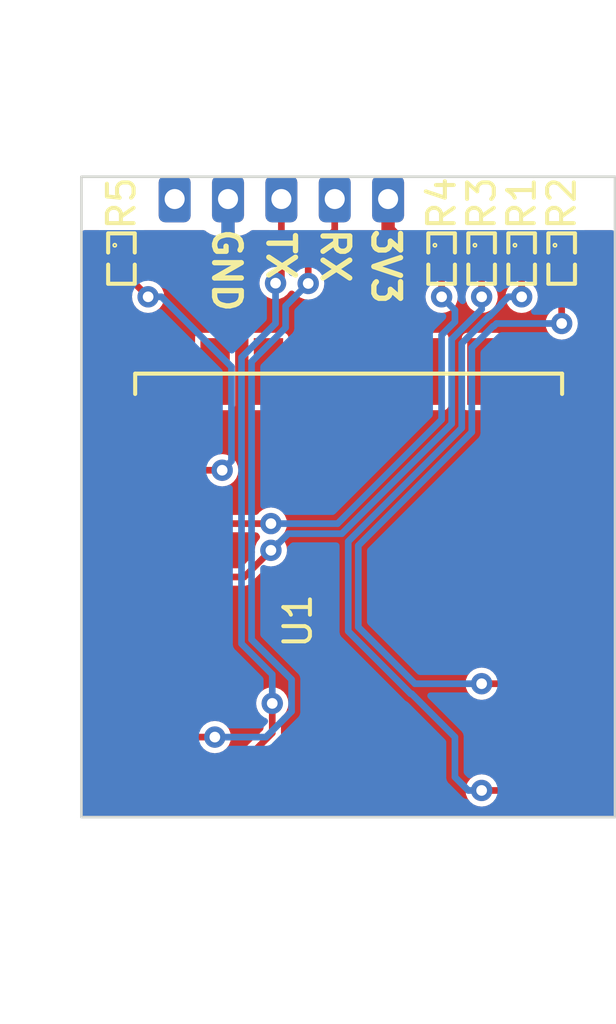
<source format=kicad_pcb>
(kicad_pcb (version 20221018) (generator pcbnew)
  (title_block (title "Zemismart ZM25TQ-TYW ESP8266 MCU Direct Replacement Board") (rev "1"))
  (layers (0 "F.Cu" signal) (31 "B.Cu" signal) (34 "B.Paste" user) (35 "F.Paste" user) (36 "B.SilkS" user "B.Silkscreen") (37 "F.SilkS" user "F.Silkscreen") (38 "B.Mask" user) (39 "F.Mask" user) (44 "Edge.Cuts" user))
  (net 0 "")
  (net 2 "GND")
  (net 3 "Net-(J1-TX)")
  (net 4 "Net-(J1-RX)")
  (net 5 "VCC")
  (net 6 "Net-(U1-REST)")
  (net 7 "Net-(U1-CH_PD)")
  (net 8 "Net-(U1-GPIO0)")
  (net 9 "Net-(U1-GPIO2)")
  (net 10 "Net-(U1-GPIO15)")
  (footprint "jlcpcb_basic:R0402" (layer "F.Cu") (at 153.5 87.067183 -90)
    (fp_text reference "R1" (at -2.067183 0 90) (layer "F.SilkS"))
    (fp_text value "10K" hide)
    (fp_line (start -0.944247 -0.498603) (end -0.226213 -0.498603) (stroke (width 0.1524)) (layer "F.SilkS"))
    (fp_line (start -0.944247 0.498603) (end -0.944247 -0.498603) (stroke (width 0.1524)) (layer "F.SilkS"))
    (fp_line (start -0.226213 0.498603) (end -0.944247 0.498603) (stroke (width 0.1524)) (layer "F.SilkS"))
    (fp_line (start 0.226213 0.498603) (end 0.944247 0.498603) (stroke (width 0.1524)) (layer "F.SilkS"))
    (fp_line (start 0.944247 -0.498603) (end 0.226213 -0.498603) (stroke (width 0.1524)) (layer "F.SilkS"))
    (fp_line (start 0.944247 0.498603) (end 0.944247 -0.498603) (stroke (width 0.1524)) (layer "F.SilkS"))
    (fp_circle (center -0.5 0.249987) (end -0.470003 0.249987) (stroke (width 0.059995)) (fill none) (layer "F.SilkS"))
    (pad "1" smd rect (at -0.432817 0 270) (size 0.565659 0.540005) (layers "F.Cu" "F.Paste" "F.Mask") (net 5 "VCC"))
    (pad "2" smd rect (at 0.432817 0 270) (size 0.565659 0.540005) (layers "F.Cu" "F.Paste" "F.Mask") (net 6 "Net-(U1-REST)"))
  )
  (footprint "jlcpcb_basic:R0402" (layer "F.Cu") (at 152 87.067183 -90)
    (fp_text reference "R3" (at -2.067183 0 90) (layer "F.SilkS"))
    (fp_text value "10K" hide)
    (fp_line (start -0.944247 -0.498603) (end -0.226213 -0.498603) (stroke (width 0.1524)) (layer "F.SilkS"))
    (fp_line (start -0.944247 0.498603) (end -0.944247 -0.498603) (stroke (width 0.1524)) (layer "F.SilkS"))
    (fp_line (start -0.226213 0.498603) (end -0.944247 0.498603) (stroke (width 0.1524)) (layer "F.SilkS"))
    (fp_line (start 0.226213 0.498603) (end 0.944247 0.498603) (stroke (width 0.1524)) (layer "F.SilkS"))
    (fp_line (start 0.944247 -0.498603) (end 0.226213 -0.498603) (stroke (width 0.1524)) (layer "F.SilkS"))
    (fp_line (start 0.944247 0.498603) (end 0.944247 -0.498603) (stroke (width 0.1524)) (layer "F.SilkS"))
    (fp_circle (center -0.5 0.249987) (end -0.470003 0.249987) (stroke (width 0.059995)) (fill none) (layer "F.SilkS"))
    (pad "1" smd rect (at -0.432817 0 270) (size 0.565659 0.540005) (layers "F.Cu" "F.Paste" "F.Mask") (net 5 "VCC"))
    (pad "2" smd rect (at 0.432817 0 270) (size 0.565659 0.540005) (layers "F.Cu" "F.Paste" "F.Mask") (net 8 "Net-(U1-GPIO0)"))
  )
  (footprint "jlcpcb_basic:R0402" (layer "F.Cu") (at 155 87.067183 -90)
    (fp_text reference "R2" (at -2.067183 0 90) (layer "F.SilkS"))
    (fp_text value "10K" hide)
    (fp_line (start -0.944247 -0.498603) (end -0.226213 -0.498603) (stroke (width 0.1524)) (layer "F.SilkS"))
    (fp_line (start -0.944247 0.498603) (end -0.944247 -0.498603) (stroke (width 0.1524)) (layer "F.SilkS"))
    (fp_line (start -0.226213 0.498603) (end -0.944247 0.498603) (stroke (width 0.1524)) (layer "F.SilkS"))
    (fp_line (start 0.226213 0.498603) (end 0.944247 0.498603) (stroke (width 0.1524)) (layer "F.SilkS"))
    (fp_line (start 0.944247 -0.498603) (end 0.226213 -0.498603) (stroke (width 0.1524)) (layer "F.SilkS"))
    (fp_line (start 0.944247 0.498603) (end 0.944247 -0.498603) (stroke (width 0.1524)) (layer "F.SilkS"))
    (fp_circle (center -0.5 0.249987) (end -0.470003 0.249987) (stroke (width 0.059995)) (fill none) (layer "F.SilkS"))
    (pad "1" smd rect (at -0.432817 0 270) (size 0.565659 0.540005) (layers "F.Cu" "F.Paste" "F.Mask") (net 5 "VCC"))
    (pad "2" smd rect (at 0.432817 0 270) (size 0.565659 0.540005) (layers "F.Cu" "F.Paste" "F.Mask") (net 7 "Net-(U1-CH_PD)"))
  )
  (footprint "Connector_JST:JST_PH_B5B-PH-K_1x05_P2.00mm_Vertical" (layer "F.Cu") (at 140.494 84.836)
    (fp_text reference "J1" hide)
    (fp_text value "Conn_01x05" hide)
    (pad "1" thru_hole roundrect (at 0 0) (size 1.2 1.75) (drill 0.75) (layers "*.Cu" "*.Mask") (roundrect_rratio 0.2083333333))
    (pad "2" thru_hole roundrect (at 2 0) (size 1.2 1.75) (drill 0.75) (layers "*.Cu" "*.Mask") (roundrect_rratio 0.2083333333) (net 2 "GND"))
    (pad "3" thru_hole roundrect (at 4 0) (size 1.2 1.75) (drill 0.75) (layers "*.Cu" "*.Mask") (roundrect_rratio 0.2083333333) (net 3 "Net-(J1-TX)"))
    (pad "4" thru_hole roundrect (at 6 0) (size 1.2 1.75) (drill 0.75) (layers "*.Cu" "*.Mask") (roundrect_rratio 0.2083333333) (net 4 "Net-(J1-RX)"))
    (pad "5" thru_hole roundrect (at 8 0) (size 1.2 1.75) (drill 0.75) (layers "*.Cu" "*.Mask") (roundrect_rratio 0.2083333333) (net 5 "VCC"))
  )
  (footprint "ESP8266:ESP-12E_SMD" (layer "F.Cu") (at 154 107 180)
    (fp_text reference "U1" (at 8.89 6.35 90) (layer "F.SilkS"))
    (fp_text value "ESP-12F" hide)
    (fp_line (start -1.016 14.859) (end -1.016 15.621) (stroke (width 0.1524)) (layer "F.SilkS"))
    (fp_line (start -1.016 15.621) (end 14.986 15.621) (stroke (width 0.1524)) (layer "F.SilkS"))
    (fp_line (start 14.986 15.621) (end 14.986 14.859) (stroke (width 0.1524)) (layer "F.SilkS"))
    (pad "1" smd rect (at 0 0 180) (size 2.5 1.1) (drill (offset -0.7 0)) (layers "F.Cu" "F.Paste" "F.Mask") (net 6 "Net-(U1-REST)"))
    (pad "2" smd rect (at 0 2 180) (size 2.5 1.1) (drill (offset -0.7 0)) (layers "F.Cu" "F.Paste" "F.Mask"))
    (pad "3" smd rect (at 0 4 180) (size 2.5 1.1) (drill (offset -0.7 0)) (layers "F.Cu" "F.Paste" "F.Mask") (net 7 "Net-(U1-CH_PD)"))
    (pad "4" smd rect (at 0 6 180) (size 2.5 1.1) (drill (offset -0.7 0)) (layers "F.Cu" "F.Paste" "F.Mask"))
    (pad "5" smd rect (at 0 8 180) (size 2.5 1.1) (drill (offset -0.7 0)) (layers "F.Cu" "F.Paste" "F.Mask"))
    (pad "6" smd rect (at 0 10 180) (size 2.5 1.1) (drill (offset -0.7 0)) (layers "F.Cu" "F.Paste" "F.Mask"))
    (pad "7" smd rect (at 0 12 180) (size 2.5 1.1) (drill (offset -0.7 0)) (layers "F.Cu" "F.Paste" "F.Mask"))
    (pad "8" smd rect (at 0 14 180) (size 2.5 1.1) (drill (offset -0.7 0)) (layers "F.Cu" "F.Paste" "F.Mask") (net 5 "VCC"))
    (pad "9" smd rect (at 14 14 180) (size 2.5 1.1) (drill (offset 0.7 0)) (layers "F.Cu" "F.Paste" "F.Mask") (net 2 "GND"))
    (pad "10" smd rect (at 14 12 180) (size 2.5 1.1) (drill (offset 0.7 0)) (layers "F.Cu" "F.Paste" "F.Mask") (net 10 "Net-(U1-GPIO15)"))
    (pad "11" smd rect (at 14 10 180) (size 2.5 1.1) (drill (offset 0.7 0)) (layers "F.Cu" "F.Paste" "F.Mask") (net 9 "Net-(U1-GPIO2)"))
    (pad "12" smd rect (at 14 8 180) (size 2.5 1.1) (drill (offset 0.7 0)) (layers "F.Cu" "F.Paste" "F.Mask") (net 8 "Net-(U1-GPIO0)"))
    (pad "13" smd rect (at 14 6 180) (size 2.5 1.1) (drill (offset 0.7 0)) (layers "F.Cu" "F.Paste" "F.Mask"))
    (pad "14" smd rect (at 14 4 180) (size 2.5 1.1) (drill (offset 0.7 0)) (layers "F.Cu" "F.Paste" "F.Mask"))
    (pad "15" smd rect (at 14 2 180) (size 2.5 1.1) (drill (offset 0.7 0)) (layers "F.Cu" "F.Paste" "F.Mask") (net 4 "Net-(J1-RX)"))
    (pad "16" smd rect (at 14 0 180) (size 2.5 1.1) (drill (offset 0.7 0)) (layers "F.Cu" "F.Paste" "F.Mask") (net 3 "Net-(J1-TX)"))
    (pad "17" smd rect (at 1.99 15 270) (size 2.5 1.1) (drill (offset -0.7 0)) (layers "F.Cu" "F.Paste" "F.Mask"))
    (pad "18" smd rect (at 3.99 15 270) (size 2.5 1.1) (drill (offset -0.7 0)) (layers "F.Cu" "F.Paste" "F.Mask"))
    (pad "19" smd rect (at 5.99 15 270) (size 2.5 1.1) (drill (offset -0.7 0)) (layers "F.Cu" "F.Paste" "F.Mask"))
    (pad "20" smd rect (at 7.99 15 270) (size 2.5 1.1) (drill (offset -0.7 0)) (layers "F.Cu" "F.Paste" "F.Mask"))
    (pad "21" smd rect (at 9.99 15 270) (size 2.5 1.1) (drill (offset -0.7 0)) (layers "F.Cu" "F.Paste" "F.Mask"))
    (pad "22" smd rect (at 11.99 15 270) (size 2.5 1.1) (drill (offset -0.7 0)) (layers "F.Cu" "F.Paste" "F.Mask"))
  )
  (footprint "jlcpcb_basic:R0402" (layer "F.Cu") (at 138.5 87.067183 -90)
    (fp_text reference "R5" (at -2.067183 0 90) (layer "F.SilkS"))
    (fp_text value "10K" hide)
    (fp_line (start -0.944247 -0.498603) (end -0.226213 -0.498603) (stroke (width 0.1524)) (layer "F.SilkS"))
    (fp_line (start -0.944247 0.498603) (end -0.944247 -0.498603) (stroke (width 0.1524)) (layer "F.SilkS"))
    (fp_line (start -0.226213 0.498603) (end -0.944247 0.498603) (stroke (width 0.1524)) (layer "F.SilkS"))
    (fp_line (start 0.226213 0.498603) (end 0.944247 0.498603) (stroke (width 0.1524)) (layer "F.SilkS"))
    (fp_line (start 0.944247 -0.498603) (end 0.226213 -0.498603) (stroke (width 0.1524)) (layer "F.SilkS"))
    (fp_line (start 0.944247 0.498603) (end 0.944247 -0.498603) (stroke (width 0.1524)) (layer "F.SilkS"))
    (fp_circle (center -0.5 0.249987) (end -0.470003 0.249987) (stroke (width 0.059995)) (fill none) (layer "F.SilkS"))
    (pad "1" smd rect (at -0.432817 0 270) (size 0.565659 0.540005) (layers "F.Cu" "F.Paste" "F.Mask") (net 2 "GND"))
    (pad "2" smd rect (at 0.432817 0 270) (size 0.565659 0.540005) (layers "F.Cu" "F.Paste" "F.Mask") (net 10 "Net-(U1-GPIO15)"))
  )
  (footprint "jlcpcb_basic:R0402" (layer "F.Cu") (at 150.5 87.067183 -90)
    (fp_text reference "R4" (at -2.067183 0 90) (layer "F.SilkS"))
    (fp_text value "10K" hide)
    (fp_line (start -0.944247 -0.498603) (end -0.226213 -0.498603) (stroke (width 0.1524)) (layer "F.SilkS"))
    (fp_line (start -0.944247 0.498603) (end -0.944247 -0.498603) (stroke (width 0.1524)) (layer "F.SilkS"))
    (fp_line (start -0.226213 0.498603) (end -0.944247 0.498603) (stroke (width 0.1524)) (layer "F.SilkS"))
    (fp_line (start 0.226213 0.498603) (end 0.944247 0.498603) (stroke (width 0.1524)) (layer "F.SilkS"))
    (fp_line (start 0.944247 -0.498603) (end 0.226213 -0.498603) (stroke (width 0.1524)) (layer "F.SilkS"))
    (fp_line (start 0.944247 0.498603) (end 0.944247 -0.498603) (stroke (width 0.1524)) (layer "F.SilkS"))
    (fp_circle (center -0.5 0.249987) (end -0.470003 0.249987) (stroke (width 0.059995)) (fill none) (layer "F.SilkS"))
    (pad "1" smd rect (at -0.432817 0 270) (size 0.565659 0.540005) (layers "F.Cu" "F.Paste" "F.Mask") (net 5 "VCC"))
    (pad "2" smd rect (at 0.432817 0 270) (size 0.565659 0.540005) (layers "F.Cu" "F.Paste" "F.Mask") (net 9 "Net-(U1-GPIO2)"))
  )
  (gr_rect (start 137 84) (end 157 108) (stroke (width 0.1)) (fill none) (layer "Edge.Cuts"))
  (gr_text "GND" (at 141.859 85.852 -90) (layer "F.SilkS") (effects (font (size 1 1) (thickness 0.2)) (justify left bottom)))
  (gr_text "3V3" (at 147.828 85.852 -90) (layer "F.SilkS") (effects (font (size 1 1) (thickness 0.2) bold) (justify left bottom)))
  (gr_text "RX" (at 145.923 85.852 -90) (layer "F.SilkS") (effects (font (size 1 1) (thickness 0.2) bold) (justify left bottom)))
  (gr_text "TX" (at 143.891 85.979 -90) (layer "F.SilkS") (effects (font (size 1 1) (thickness 0.2) bold) (justify left bottom)))
  (segment (start 142.494 86.494) (end 142.5 86.5) (width 0.5) (layer "F.Cu") (net 2))
  (segment (start 142.494 84.836) (end 142.494 86.494) (width 0.5) (layer "F.Cu") (net 2))
  (segment (start 142.494 86.494) (end 142.5 86.5) (width 0.5) (layer "B.Cu") (net 2))
  (segment (start 142.494 84.836) (end 142.494 86.494) (width 0.5) (layer "B.Cu") (net 2))
  (segment (start 144.152 103.737347) (end 144.152 104.848) (width 0.25) (layer "F.Cu") (net 3))
  (segment (start 144.275926 87.98866) (end 144.494 87.770586) (width 0.25) (layer "F.Cu") (net 3))
  (segment (start 142 107) (end 140 107) (width 0.25) (layer "F.Cu") (net 3))
  (segment (start 144.152 104.848) (end 142 107) (width 0.25) (layer "F.Cu") (net 3))
  (segment (start 144.494 87.770586) (end 144.494 84.836) (width 0.25) (layer "F.Cu") (net 3))
  (via (at 144.152 103.737347) (size 0.8) (drill 0.4) (layers "F.Cu" "B.Cu") (net 3))
  (via (at 144.275926 87.98866) (size 0.8) (drill 0.4) (layers "F.Cu" "B.Cu") (net 3))
  (segment (start 144.152 102.652) (end 144.152 103.737347) (width 0.25) (layer "B.Cu") (net 3))
  (segment (start 144.275926 89.499074) (end 143 90.775) (width 0.25) (layer "B.Cu") (net 3))
  (segment (start 143 90.775) (end 143 101.5) (width 0.25) (layer "B.Cu") (net 3))
  (segment (start 143 101.5) (end 144.152 102.652) (width 0.25) (layer "B.Cu") (net 3))
  (segment (start 144.275926 87.98866) (end 144.275926 89.499074) (width 0.25) (layer "B.Cu") (net 3))
  (segment (start 145.5 88) (end 145.5 87) (width 0.25) (layer "F.Cu") (net 4))
  (segment (start 145.5 87) (end 146.494 86.006) (width 0.25) (layer "F.Cu") (net 4))
  (segment (start 142 105) (end 140 105) (width 0.25) (layer "F.Cu") (net 4))
  (segment (start 146.494 86.006) (end 146.494 84.836) (width 0.25) (layer "F.Cu") (net 4))
  (via (at 145.5 88) (size 0.8) (drill 0.4) (layers "F.Cu" "B.Cu") (net 4))
  (via (at 142 105) (size 0.8) (drill 0.4) (layers "F.Cu" "B.Cu") (net 4))
  (segment (start 143.377 101.343841) (end 144.877 102.843841) (width 0.25) (layer "B.Cu") (net 4))
  (segment (start 143.377 90.931158) (end 143.377 101.343841) (width 0.25) (layer "B.Cu") (net 4))
  (segment (start 144.652926 88.847074) (end 144.652926 89.655232) (width 0.25) (layer "B.Cu") (net 4))
  (segment (start 144.652926 89.655232) (end 143.377 90.931158) (width 0.25) (layer "B.Cu") (net 4))
  (segment (start 145.5 88) (end 144.652926 88.847074) (width 0.25) (layer "B.Cu") (net 4))
  (segment (start 143.914652 105) (end 142 105) (width 0.25) (layer "B.Cu") (net 4))
  (segment (start 144.877 102.843841) (end 144.877 104.037652) (width 0.25) (layer "B.Cu") (net 4))
  (segment (start 144.877 104.037652) (end 143.914652 105) (width 0.25) (layer "B.Cu") (net 4))
  (segment (start 153.5 86.634366) (end 155.587197 86.634366) (width 0.5) (layer "F.Cu") (net 5))
  (segment (start 156 91) (end 154 93) (width 0.5) (layer "F.Cu") (net 5))
  (segment (start 149.134366 86.634366) (end 148.494 85.994) (width 0.5) (layer "F.Cu") (net 5))
  (segment (start 152 86.634366) (end 153.5 86.634366) (width 0.5) (layer "F.Cu") (net 5))
  (segment (start 150.5 86.634366) (end 152 86.634366) (width 0.5) (layer "F.Cu") (net 5))
  (segment (start 156 87.047169) (end 156 91) (width 0.5) (layer "F.Cu") (net 5))
  (segment (start 150.5 86.634366) (end 149.134366 86.634366) (width 0.5) (layer "F.Cu") (net 5))
  (segment (start 155.587197 86.634366) (end 156 87.047169) (width 0.5) (layer "F.Cu") (net 5))
  (segment (start 148.494 85.994) (end 148.494 84.836) (width 0.5) (layer "F.Cu") (net 5))
  (segment (start 153.5 87.5) (end 153.5 88.5) (width 0.25) (layer "F.Cu") (net 6))
  (segment (start 152 107) (end 154 107) (width 0.25) (layer "F.Cu") (net 6))
  (via (at 153.5 88.5) (size 0.8) (drill 0.4) (layers "F.Cu" "B.Cu") (net 6))
  (via (at 152 107) (size 0.8) (drill 0.4) (layers "F.Cu" "B.Cu") (net 6))
  (segment (start 149.377 103.377) (end 151 105) (width 0.25) (layer "B.Cu") (net 6))
  (segment (start 149.343842 103.377) (end 149.377 103.377) (width 0.25) (layer "B.Cu") (net 6))
  (segment (start 152.725 88.800305) (end 152.300305 89.225) (width 0.25) (layer "B.Cu") (net 6))
  (segment (start 151.5 107) (end 152 107) (width 0.25) (layer "B.Cu") (net 6))
  (segment (start 147 97.668316) (end 147 101.033158) (width 0.25) (layer "B.Cu") (net 6))
  (segment (start 151.254 90.246) (end 151.254 93.414316) (width 0.25) (layer "B.Cu") (net 6))
  (segment (start 151 106.5) (end 151.5 107) (width 0.25) (layer "B.Cu") (net 6))
  (segment (start 151 105) (end 151 106.5) (width 0.25) (layer "B.Cu") (net 6))
  (segment (start 147 101.033158) (end 149.343842 103.377) (width 0.25) (layer "B.Cu") (net 6))
  (segment (start 151.254 93.414316) (end 147 97.668316) (width 0.25) (layer "B.Cu") (net 6))
  (segment (start 152.275 89.225) (end 151.254 90.246) (width 0.25) (layer "B.Cu") (net 6))
  (segment (start 153 88.5) (end 152.725 88.775) (width 0.25) (layer "B.Cu") (net 6))
  (segment (start 152.300305 89.225) (end 152.275 89.225) (width 0.25) (layer "B.Cu") (net 6))
  (segment (start 152.725 88.775) (end 152.725 88.800305) (width 0.25) (layer "B.Cu") (net 6))
  (segment (start 153.5 88.5) (end 153 88.5) (width 0.25) (layer "B.Cu") (net 6))
  (segment (start 152 103) (end 154 103) (width 0.25) (layer "F.Cu") (net 7))
  (segment (start 155 87.5) (end 155 89.5) (width 0.25) (layer "F.Cu") (net 7))
  (via (at 155 89.5) (size 0.8) (drill 0.4) (layers "F.Cu" "B.Cu") (net 7))
  (via (at 152 103) (size 0.8) (drill 0.4) (layers "F.Cu" "B.Cu") (net 7))
  (segment (start 151.631 90.402158) (end 151.631 93.570474) (width 0.25) (layer "B.Cu") (net 7))
  (segment (start 147.377 97.824474) (end 147.377 100.877) (width 0.25) (layer "B.Cu") (net 7))
  (segment (start 151.631 93.570474) (end 147.377 97.824474) (width 0.25) (layer "B.Cu") (net 7))
  (segment (start 149.5 103) (end 152 103) (width 0.25) (layer "B.Cu") (net 7))
  (segment (start 155 89.5) (end 152.558464 89.5) (width 0.25) (layer "B.Cu") (net 7))
  (segment (start 147.377 100.877) (end 149.5 103) (width 0.25) (layer "B.Cu") (net 7))
  (segment (start 152.431158 89.602) (end 151.631 90.402158) (width 0.25) (layer "B.Cu") (net 7))
  (segment (start 152.558464 89.5) (end 152.456464 89.602) (width 0.25) (layer "B.Cu") (net 7))
  (segment (start 152.456464 89.602) (end 152.431158 89.602) (width 0.25) (layer "B.Cu") (net 7))
  (segment (start 152 87.5) (end 152 88.5) (width 0.25) (layer "F.Cu") (net 8))
  (segment (start 143.102 99) (end 140 99) (width 0.25) (layer "F.Cu") (net 8))
  (segment (start 144.102 98) (end 143.102 99) (width 0.25) (layer "F.Cu") (net 8))
  (via (at 152 88.5) (size 0.8) (drill 0.4) (layers "F.Cu" "B.Cu") (net 8))
  (via (at 144.102 98) (size 0.8) (drill 0.4) (layers "F.Cu" "B.Cu") (net 8))
  (segment (start 144.102 98) (end 144.377 97.725) (width 0.25) (layer "B.Cu") (net 8))
  (segment (start 144.402305 97.725) (end 144.750305 97.377) (width 0.25) (layer "B.Cu") (net 8))
  (segment (start 150.877 90.089842) (end 152 88.966841) (width 0.25) (layer "B.Cu") (net 8))
  (segment (start 152 88.966841) (end 152 88.5) (width 0.25) (layer "B.Cu") (net 8))
  (segment (start 150.877 93.258158) (end 150.877 90.089842) (width 0.25) (layer "B.Cu") (net 8))
  (segment (start 144.750305 97.377) (end 146.758158 97.377) (width 0.25) (layer "B.Cu") (net 8))
  (segment (start 146.758158 97.377) (end 150.877 93.258158) (width 0.25) (layer "B.Cu") (net 8))
  (segment (start 144.377 97.725) (end 144.402305 97.725) (width 0.25) (layer "B.Cu") (net 8))
  (segment (start 144.102 97) (end 140 97) (width 0.25) (layer "F.Cu") (net 9))
  (segment (start 150.5 87.5) (end 150.5 88.5) (width 0.25) (layer "F.Cu") (net 9))
  (via (at 144.102 97) (size 0.8) (drill 0.4) (layers "F.Cu" "B.Cu") (net 9))
  (via (at 150.5 88.5) (size 0.8) (drill 0.4) (layers "F.Cu" "B.Cu") (net 9))
  (segment (start 151 89.433684) (end 151 89) (width 0.25) (layer "B.Cu") (net 9))
  (segment (start 146.602 97) (end 150.5 93.102) (width 0.25) (layer "B.Cu") (net 9))
  (segment (start 150.5 93.102) (end 150.5 89.933684) (width 0.25) (layer "B.Cu") (net 9))
  (segment (start 144.102 97) (end 146.602 97) (width 0.25) (layer "B.Cu") (net 9))
  (segment (start 150.5 89.933684) (end 151 89.433684) (width 0.25) (layer "B.Cu") (net 9))
  (segment (start 151 89) (end 150.5 88.5) (width 0.25) (layer "B.Cu") (net 9))
  (segment (start 138.5 87.5) (end 139.5 88.5) (width 0.25) (layer "F.Cu") (net 10))
  (segment (start 142.275 95) (end 140 95) (width 0.25) (layer "F.Cu") (net 10))
  (via (at 142.275 95) (size 0.8) (drill 0.4) (layers "F.Cu" "B.Cu") (net 10))
  (via (at 139.5 88.5) (size 0.8) (drill 0.4) (layers "F.Cu" "B.Cu") (net 10))
  (segment (start 142.623 94.652) (end 142.623 91.123) (width 0.25) (layer "B.Cu") (net 10))
  (segment (start 142.623 91.123) (end 140 88.5) (width 0.25) (layer "B.Cu") (net 10))
  (segment (start 142.275 95) (end 142.623 94.652) (width 0.25) (layer "B.Cu") (net 10))
  (segment (start 140 88.5) (end 139.5 88.5) (width 0.25) (layer "B.Cu") (net 10))
  (zone (net 2) (net_name "GND") (layers "F&B.Cu") (connect_pads (clearance 0.2)) (min_thickness 0.25) (fill yes (thermal_gap 0.5) (thermal_bridge_width 0.5))
    (polygon (pts (xy 137 86) (xy 157 86) (xy 157 108) (xy 137 108)))
  )
)
</source>
